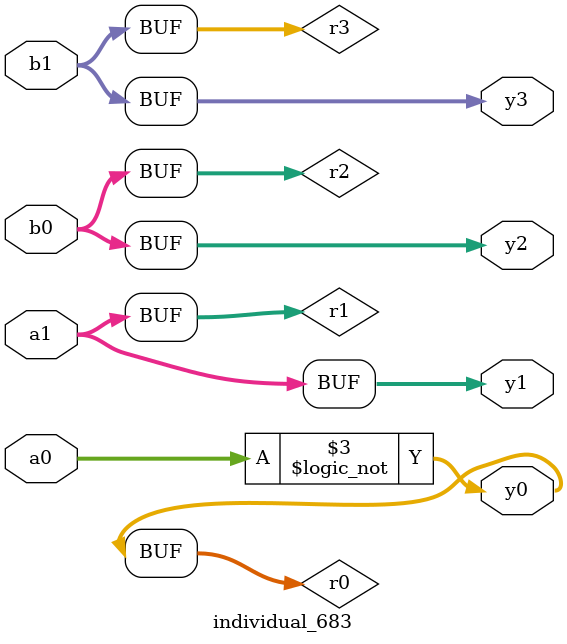
<source format=sv>
module individual_683(input logic [15:0] a1, input logic [15:0] a0, input logic [15:0] b1, input logic [15:0] b0, output logic [15:0] y3, output logic [15:0] y2, output logic [15:0] y1, output logic [15:0] y0);
logic [15:0] r0, r1, r2, r3; 
 always@(*) begin 
	 r0 = a0; r1 = a1; r2 = b0; r3 = b1; 
 	 r0  |=  b1 ;
 	 r0 = ! a0 ;
 	 y3 = r3; y2 = r2; y1 = r1; y0 = r0; 
end
endmodule
</source>
